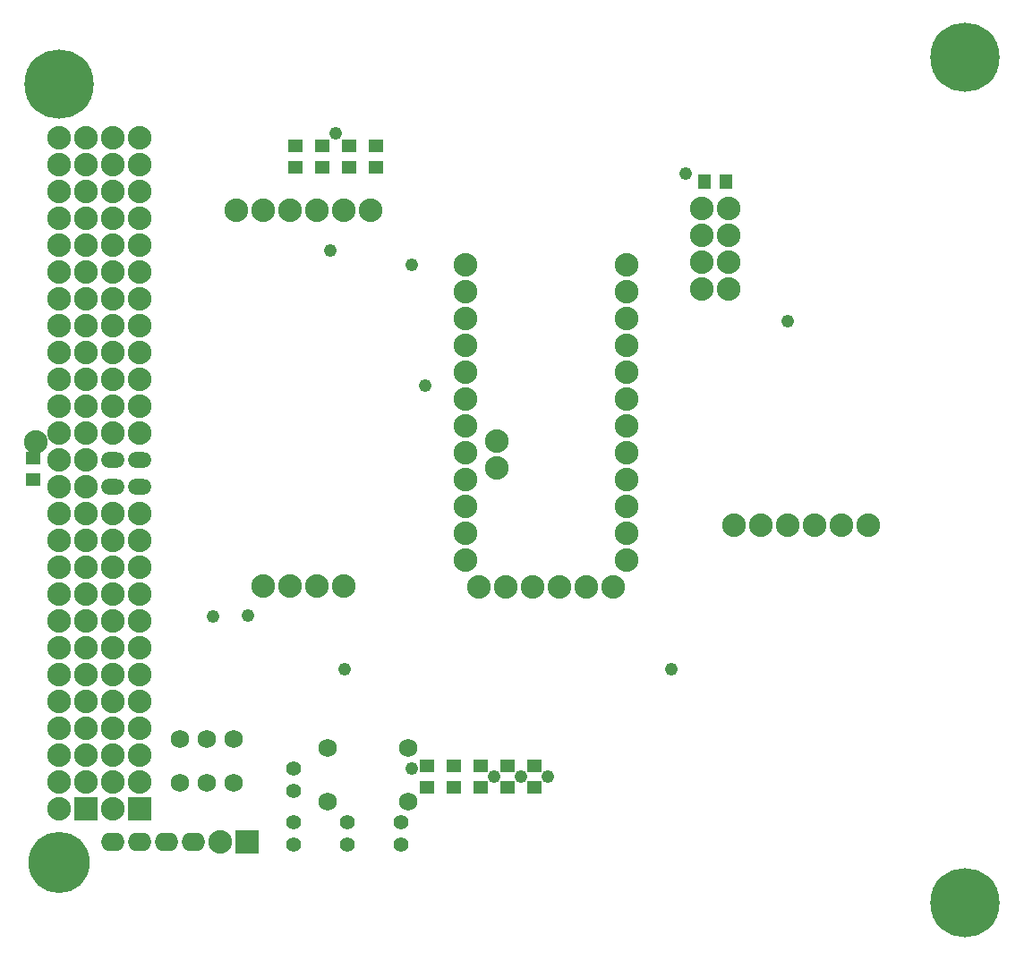
<source format=gts>
G04 Layer_Color=8388736*
%FSLAX25Y25*%
%MOIN*%
G70*
G01*
G75*
%ADD28R,0.05800X0.04800*%
%ADD29R,0.04800X0.05800*%
%ADD30C,0.06800*%
%ADD31C,0.05524*%
%ADD32O,0.08800X0.06800*%
%ADD33C,0.08800*%
%ADD34R,0.08800X0.08800*%
%ADD35R,0.08800X0.08800*%
%ADD36O,0.08800X0.05800*%
%ADD37C,0.04800*%
%ADD38C,0.25800*%
%ADD39C,0.22800*%
D28*
X-210500Y71000D02*
D03*
Y63000D02*
D03*
X-180500Y71000D02*
D03*
Y63000D02*
D03*
X-190500Y71000D02*
D03*
Y63000D02*
D03*
X-200500Y71000D02*
D03*
Y63000D02*
D03*
X-220500Y71000D02*
D03*
Y63000D02*
D03*
X-239500Y294000D02*
D03*
Y302000D02*
D03*
X-249500Y294000D02*
D03*
Y302000D02*
D03*
X-269500Y294000D02*
D03*
Y302000D02*
D03*
X-259500Y294000D02*
D03*
Y302000D02*
D03*
X-367000Y185500D02*
D03*
Y177500D02*
D03*
D29*
X-117000Y288500D02*
D03*
X-109000D02*
D03*
D30*
X-312500Y81000D02*
D03*
X-302500D02*
D03*
X-292500D02*
D03*
X-227500Y77500D02*
D03*
Y57500D02*
D03*
X-257500Y77500D02*
D03*
Y57500D02*
D03*
X-292500Y64700D02*
D03*
X-302500D02*
D03*
X-312500D02*
D03*
D31*
X-270000Y70000D02*
D03*
Y61732D02*
D03*
X-250000Y50000D02*
D03*
Y41732D02*
D03*
X-270000Y50000D02*
D03*
Y41732D02*
D03*
X-230000D02*
D03*
Y50000D02*
D03*
D32*
X-307500Y42500D02*
D03*
X-317500D02*
D03*
X-327500D02*
D03*
X-337500D02*
D03*
D33*
X-297500D02*
D03*
X-337500Y55000D02*
D03*
X-327500Y65000D02*
D03*
X-337500D02*
D03*
X-327500Y75000D02*
D03*
X-337500D02*
D03*
X-327500Y85000D02*
D03*
X-337500D02*
D03*
X-327500Y95000D02*
D03*
X-337500D02*
D03*
X-327500Y105000D02*
D03*
X-337500D02*
D03*
X-327500Y115000D02*
D03*
X-337500D02*
D03*
X-327500Y125000D02*
D03*
X-337500D02*
D03*
X-327500Y135000D02*
D03*
X-337500D02*
D03*
X-327500Y145000D02*
D03*
X-337500D02*
D03*
X-327500Y155000D02*
D03*
X-337500D02*
D03*
X-327500Y165000D02*
D03*
X-337500D02*
D03*
X-327500Y195000D02*
D03*
X-337500D02*
D03*
X-327500Y205000D02*
D03*
X-337500D02*
D03*
X-327500Y215000D02*
D03*
X-337500D02*
D03*
X-327500Y225000D02*
D03*
X-337500D02*
D03*
X-327500Y235000D02*
D03*
X-337500D02*
D03*
X-327500Y245000D02*
D03*
X-337500D02*
D03*
X-327500Y255000D02*
D03*
X-337500D02*
D03*
X-327500Y265000D02*
D03*
X-337500D02*
D03*
X-327500Y275000D02*
D03*
X-337500D02*
D03*
X-327500Y285000D02*
D03*
X-337500D02*
D03*
X-327500Y295000D02*
D03*
X-337500D02*
D03*
Y305000D02*
D03*
X-327500D02*
D03*
X-357500Y55000D02*
D03*
X-347500Y65000D02*
D03*
X-357500D02*
D03*
X-347500Y75000D02*
D03*
X-357500D02*
D03*
X-347500Y85000D02*
D03*
X-357500D02*
D03*
X-347500Y95000D02*
D03*
X-357500D02*
D03*
X-347500Y105000D02*
D03*
X-357500D02*
D03*
X-347500Y115000D02*
D03*
X-357500D02*
D03*
X-347500Y125000D02*
D03*
X-357500D02*
D03*
X-347500Y135000D02*
D03*
X-357500D02*
D03*
X-347500Y145000D02*
D03*
X-357500D02*
D03*
X-347500Y155000D02*
D03*
X-357500D02*
D03*
X-347500Y165000D02*
D03*
X-357500D02*
D03*
X-347500Y175000D02*
D03*
X-357500D02*
D03*
X-347500Y185000D02*
D03*
X-357500D02*
D03*
X-347500Y195000D02*
D03*
X-357500D02*
D03*
X-347500Y205000D02*
D03*
X-357500D02*
D03*
X-347500Y215000D02*
D03*
X-357500D02*
D03*
X-347500Y225000D02*
D03*
X-357500D02*
D03*
X-347500Y235000D02*
D03*
X-357500D02*
D03*
X-347500Y245000D02*
D03*
X-357500D02*
D03*
X-347500Y255000D02*
D03*
X-357500D02*
D03*
X-347500Y265000D02*
D03*
X-357500D02*
D03*
X-347500Y275000D02*
D03*
X-357500D02*
D03*
X-347500Y285000D02*
D03*
X-357500D02*
D03*
X-347500Y295000D02*
D03*
X-357500D02*
D03*
Y305000D02*
D03*
X-347500D02*
D03*
X-291500Y278000D02*
D03*
X-281500D02*
D03*
X-271500D02*
D03*
X-261500D02*
D03*
X-251500D02*
D03*
X-241500D02*
D03*
X-271500Y138000D02*
D03*
X-261500D02*
D03*
X-251500D02*
D03*
X-281500D02*
D03*
X-146000Y147500D02*
D03*
Y157500D02*
D03*
Y167500D02*
D03*
Y177500D02*
D03*
Y187500D02*
D03*
Y197500D02*
D03*
Y207500D02*
D03*
Y217500D02*
D03*
Y227500D02*
D03*
Y237500D02*
D03*
Y247500D02*
D03*
Y257500D02*
D03*
X-206000Y147500D02*
D03*
Y157500D02*
D03*
Y167500D02*
D03*
Y177500D02*
D03*
Y187500D02*
D03*
Y197500D02*
D03*
Y207500D02*
D03*
Y217500D02*
D03*
Y227500D02*
D03*
Y237500D02*
D03*
Y247500D02*
D03*
Y257500D02*
D03*
X-194500Y182000D02*
D03*
Y192000D02*
D03*
X-151000Y137500D02*
D03*
X-161000D02*
D03*
X-171000D02*
D03*
X-181000D02*
D03*
X-191000D02*
D03*
X-201000D02*
D03*
X-118000Y278500D02*
D03*
Y268500D02*
D03*
Y258500D02*
D03*
Y248500D02*
D03*
X-108000D02*
D03*
Y258500D02*
D03*
Y268500D02*
D03*
Y278500D02*
D03*
X-56000Y160500D02*
D03*
X-66000D02*
D03*
X-76000D02*
D03*
X-86000D02*
D03*
X-96000D02*
D03*
X-106000D02*
D03*
X-366000Y191500D02*
D03*
D34*
X-287500Y42500D02*
D03*
D35*
X-327500Y55000D02*
D03*
X-347500D02*
D03*
D36*
X-327500Y175000D02*
D03*
X-337500D02*
D03*
X-327500Y185000D02*
D03*
X-337500D02*
D03*
D37*
X-287000Y127000D02*
D03*
X-300000Y126500D02*
D03*
X-124000Y291500D02*
D03*
X-129500Y107000D02*
D03*
X-251000D02*
D03*
X-350000Y31000D02*
D03*
X-365000D02*
D03*
X-357500Y43500D02*
D03*
X-350000Y39000D02*
D03*
X-357500Y26500D02*
D03*
X-365000Y39000D02*
D03*
X-349500Y320000D02*
D03*
Y330000D02*
D03*
X-365500Y320000D02*
D03*
Y330000D02*
D03*
X-357500Y315500D02*
D03*
Y334500D02*
D03*
X-12000Y330000D02*
D03*
Y340000D02*
D03*
X-28000Y330000D02*
D03*
Y340000D02*
D03*
X-20000Y325500D02*
D03*
Y344500D02*
D03*
X-12000Y15000D02*
D03*
Y25000D02*
D03*
X-28000Y15000D02*
D03*
Y25000D02*
D03*
X-20000Y10500D02*
D03*
Y29500D02*
D03*
X-254500Y306500D02*
D03*
X-86000Y236500D02*
D03*
X-226000Y257500D02*
D03*
X-221000Y212500D02*
D03*
X-226000Y70000D02*
D03*
X-195500Y67000D02*
D03*
X-185500D02*
D03*
X-175500D02*
D03*
X-256500Y263000D02*
D03*
D38*
X-357500Y325000D02*
D03*
X-20000Y20000D02*
D03*
Y335000D02*
D03*
D39*
X-357500Y35000D02*
D03*
M02*

</source>
